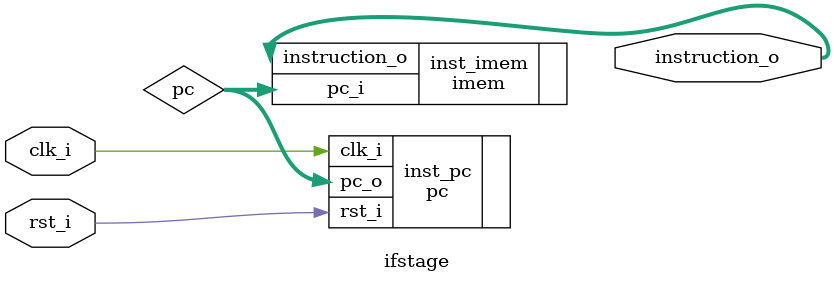
<source format=sv>
/*
 *           __        _
 *  ________/ /  ___ _(_)__  ___
 * / __/ __/ _ \/ _ `/ / _ \/ -_)
 * \__/\__/_//_/\_,_/_/_//_/\__/
 * 
 * Copyright (C) Clément Chaine
 * This file is part of rv32i <https://github.com/cchaine/rv32i>
 *
 * rv32i is free software: you can redistribute it and/or modify
 * it under the terms of the GNU General Public License as published by
 * the Free Software Foundation, either version 3 of the License, or
 * (at your option) any later version.
 *
 * rv32i is distributed in the hope that it will be useful,
 * but WITHOUT ANY WARRANTY; without even the implied warranty of
 * MERCHANTABILITY or FITNESS FOR A PARTICULAR PURPOSE.  See the
 * GNU General Public License for more details.
 *
 * You should have received a copy of the GNU General Public License
 * along with rv32i.  If not, see <http://www.gnu.org/licenses/>.
 */

module ifstage (
  input   logic        clk_i,
  input   logic        rst_i,
  output  logic[31:0]  instruction_o
);
  logic[31:0] pc;

  pc inst_pc (
    .clk_i  (  clk_i  ),
    .rst_i  (  rst_i  ),
    .pc_o   (  pc   )
  );

  imem inst_imem (
    .pc_i           (  pc             ),
    .instruction_o  (  instruction_o  )
  );
endmodule // ifstage

</source>
